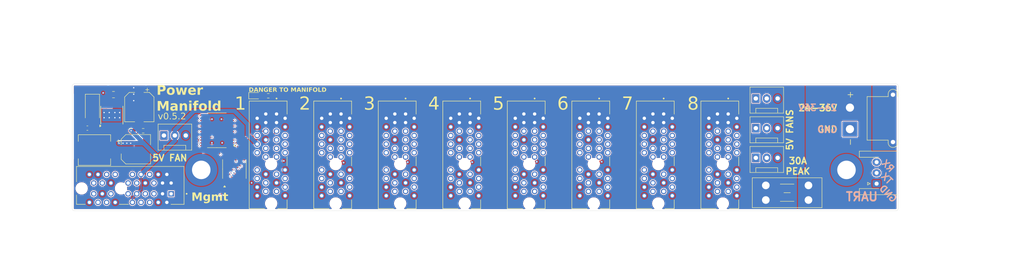
<source format=kicad_pcb>
(kicad_pcb (version 20240108) (generator "pcbnew") (generator_version "8.0")
  (title_block (date "2024-06-09") (rev "v0.5.2"))
  (layers (0 "F.Cu" signal) (1 "In1.Cu" power) (2 "In2.Cu" power) (31 "B.Cu" signal) (34 "B.Paste" user) (35 "F.Paste" user) (36 "B.SilkS" user "B.Silkscreen") (37 "F.SilkS" user "F.Silkscreen") (38 "B.Mask" user) (39 "F.Mask" user) (44 "Edge.Cuts" user))
  (net 0 "")
  (net 1 "GND")
  (net 2 "VIN")
  (net 3 "SDA1")
  (net 4 "ALERT")
  (net 7 "SDA5")
  (net 8 "SDA2")
  (net 9 "SDA6")
  (net 12 "SDA3")
  (net 13 "VDD")
  (net 15 "SDA7")
  (net 16 "SDA4")
  (net 17 "SDA8")
  (net 19 "SWD1")
  (net 21 "SW_A0")
  (net 22 "OVERLOAD")
  (net 28 "SW_A1")
  (net 29 "SWD5")
  (net 30 "SW_A2")
  (net 31 "SWD2")
  (net 32 "SWCLK")
  (net 33 "SWD6")
  (net 34 "SWD3")
  (net 35 "+5V")
  (net 36 "SCL")
  (net 37 "SDA")
  (net 38 "SWD")
  (net 39 "I2C_RESET")
  (net 41 "Net-(D1-A)")
  (net 45 "SWD7")
  (net 50 "/VIN_PREFUSE")
  (net 51 "SWD4")
  (net 59 "SWD8")
  (net 77 "Net-(U1-BOOT)")
  (net 78 "/SW")
  (net 81 "UART_TX")
  (net 86 "UART_RX")
  (net 125 "/VSENSE")
  (footprint "MountingHole:MountingHole_4.3mm_M4_DIN965_Pad" (layer "F.Cu") (at 215 70)
    (property "Reference" "H2" (hide yes))
    (property "Value" "LRS")
  )
  (footprint "Inductor_SMD:L_Sunlord_MWSA0603S" (layer "F.Cu") (at 40.171471 65.385)
    (property "Reference" "L1" (hide yes))
    (property "Value" "15uH")
  )
  (footprint "Local Library:AMPHENOL_PCI_E_10018783-10210TLF" (layer "F.Cu") (at 126.25 68.65 -90)
    (property "Reference" "J9" (hide yes))
    (property "Value" "Bus_PCI_Express_x1")
  )
  (footprint "Diode_SMD:D_SMA" (layer "F.Cu") (at 39.7 55.915 -90)
    (property "Reference" "D2" (hide yes))
    (property "Value" "SS34")
  )
  (footprint "Capacitor_SMD:CP_Elec_6.3x5.4_Nichicon" (layer "F.Cu") (at 49.8 65.2)
    (property "Reference" "C4" (hide yes))
    (property "Value" "220uF")
  )
  (footprint "Package_SO:TSSOP-16_4.4x5mm_P0.65mm" (layer "F.Cu") (at 72.7 69.8 90)
    (property "Reference" "U3" (hide yes))
    (property "Value" "74HC4051")
  )
  (footprint "Capacitor_SMD:C_0603_1608Metric" (layer "F.Cu") (at 38.526471 60.285 180)
    (property "Reference" "C3" (hide yes))
    (property "Value" "10nF")
  )
  (footprint "MountingHole:MountingHole_4.3mm_M4_DIN965_Pad" (layer "F.Cu") (at 65 70)
    (property "Reference" "H1" (hide yes))
    (property "Value" "LRS")
  )
  (footprint "Local Library:AMPHENOL_PCI_E_10018783-10210TLF" (layer "F.Cu") (at 96.25 68.65 -90)
    (property "Reference" "J5" (hide yes))
    (property "Value" "Bus_PCI_Express_x1")
  )
  (footprint "Resistor_SMD:R_0603_1608Metric" (layer "F.Cu") (at 51.5 60.9)
    (property "Reference" "R3" (hide yes))
    (property "Value" "3.24K")
  )
  (footprint "LED_SMD:LED_0603_1608Metric" (layer "F.Cu") (at 77.53 52.75)
    (property "Reference" "D1" (hide yes))
    (property "Value" "LED")
  )
  (footprint "Local Library:AMPHENOL_PCI_E_10018783-10210TLF" (layer "F.Cu") (at 81.25 68.65 -90)
    (property "Reference" "J3" (hide yes))
    (property "Value" "Bus_PCI_Express_x1")
  )
  (footprint "Package_SO:TSSOP-24_4.4x7.8mm_P0.65mm" (layer "F.Cu") (at 68.6225 60.79 180)
    (property "Reference" "U2" (hide yes))
    (property "Value" "TCA9548APWR")
  )
  (footprint "Connector:FanPinHeader_1x03_P2.54mm_Vertical" (layer "F.Cu") (at 56.32 62)
    (property "Reference" "M1" (hide yes))
    (property "Value" "FAN1")
  )
  (footprint "Local Library:AMPHENOL_PCI_E_10018783-10210TLF" (layer "F.Cu") (at 171.25 68.65 -90)
    (property "Reference" "J8" (hide yes))
    (property "Value" "Bus_PCI_Express_x1")
  )
  (footprint "Local Library:AMPHENOL_PCI_E_10018783-10210TLF" (layer "F.Cu") (at 46.35 74.3 180)
    (property "Reference" "J1" (hide yes))
    (property "Value" "Mgmt_Module")
  )
  (footprint "Fuse:Fuseholder_Blade_Mini_Keystone_3568" (layer "F.Cu") (at 196.24 73.6)
    (property "Reference" "F1" (hide yes))
    (property "Value" "15A")
  )
  (footprint "Capacitor_SMD:CP_Elec_6.3x7.7" (layer "F.Cu") (at 50.6 55.4 -90)
    (property "Reference" "C1" (hide yes))
    (property "Value" "47uF")
  )
  (footprint "Local Library:AMPHENOL_PCI_E_10018783-10210TLF" (layer "F.Cu") (at 141.25 68.65 -90)
    (property "Reference" "J4" (hide yes))
    (property "Value" "Bus_PCI_Express_x1")
  )
  (footprint "Resistor_SMD:R_0603_1608Metric" (layer "F.Cu") (at 80.58 52.77 180)
    (property "Reference" "R1" (hide yes))
    (property "Value" "220R")
  )
  (footprint "Connector_AMASS:AMASS_XT30PW-M_1x02_P2.50mm_Horizontal" (layer "F.Cu") (at 215.8 60.52 -90)
    (property "Reference" "J2" (hide yes))
    (property "Value" "PWR")
  )
  (footprint "Connector:FanPinHeader_1x03_P2.54mm_Vertical" (layer "F.Cu") (at 193.92 67.2)
    (property "Reference" "M2" (hide yes))
    (property "Value" "FAN2")
  )
  (footprint "Local Library:AMPHENOL_PCI_E_10018783-10210TLF" (layer "F.Cu") (at 186.25 68.65 -90)
    (property "Reference" "J10" (hide yes))
    (property "Value" "Bus_PCI_Express_x1")
  )
  (footprint "Local Library:AMPHENOL_PCI_E_10018783-10210TLF" (layer "F.Cu") (at 111.25 68.65 -90)
    (property "Reference" "J7" (hide yes))
    (property "Value" "Bus_PCI_Express_x1")
  )
  (footprint "Package_SO:TI_SO-PowerPAD-8_ThermalVias" (layer "F.Cu") (at 44.216471 57.265 90)
    (property "Reference" "U1" (hide yes))
    (property "Value" "TPS5430DDA")
  )
  (footprint "Connector_JST:JST_XH_S3B-XH-A-1_1x03_P2.50mm_Horizontal" (layer "F.Cu") (at 222 73.2 90)
    (property "Reference" "J11" (hide yes))
    (property "Value" "UPS_UART")
  )
  (footprint "Resistor_SMD:R_0603_1608Metric" (layer "F.Cu") (at 48.5 60.9 180)
    (property "Reference" "R2" (hide yes))
    (property "Value" "10K")
  )
  (footprint "Connector:FanPinHeader_1x03_P2.54mm_Vertical" (layer "F.Cu") (at 193.92 60.3)
    (property "Reference" "M3" (hide yes))
    (property "Value" "FAN3")
  )
  (footprint "Connector:FanPinHeader_1x03_P2.54mm_Vertical" (layer "F.Cu") (at 193.92 53.4)
    (property "Reference" "M4" (hide yes))
    (property "Value" "FAN4")
  )
  (footprint "Capacitor_SMD:C_0805_2012Metric" (layer "F.Cu") (at 44.6 52.5)
    (property "Reference" "C2" (hide yes))
    (property "Value" "10uF")
  )
  (footprint "Local Library:AMPHENOL_PCI_E_10018783-10210TLF" (layer "F.Cu") (at 156.25 68.65 -90)
    (property "Reference" "J6" (hide yes))
    (property "Value" "Bus_PCI_Express_x1")
  )
  (gr_line (start 35 50.5) (end 35 79) (stroke (width 0.05)) (layer "Edge.Cuts"))
  (gr_arc (start 226.5 50) (mid 226.853553 50.146447) (end 227 50.5) (stroke (width 0.05)) (layer "Edge.Cuts"))
  (gr_line (start 226.5 79.5) (end 35.5 79.5) (stroke (width 0.05)) (layer "Edge.Cuts"))
  (gr_line (start 35.5 50) (end 226.5 50) (stroke (width 0.05)) (layer "Edge.Cuts"))
  (gr_arc (start 227 79) (mid 226.853553 79.353553) (end 226.5 79.5) (stroke (width 0.05)) (layer "Edge.Cuts"))
  (gr_arc (start 35.5 79.5) (mid 35.146447 79.353553) (end 35 79) (stroke (width 0.05)) (layer "Edge.Cuts"))
  (gr_line (start 227 50.5) (end 227 79) (stroke (width 0.05)) (layer "Edge.Cuts"))
  (gr_arc (start 35 50.5) (mid 35.146447 50.146447) (end 35.5 50) (stroke (width 0.05)) (layer "Edge.Cuts"))
  (gr_text "GND" (at 213 61.5 -0) (layer "B.SilkS") (effects (font (size 1.5 1.5) (thickness 0.3) (bold yes)) (justify left bottom mirror)))
  (gr_text "24-36V" (at 212.9 56.4 0) (layer "B.SilkS") (effects (font (size 1.5 1.5) (thickness 0.3) (bold yes)) (justify left bottom mirror)))
  (gr_text "UART" (at 222.5 77.4 0) (layer "B.SilkS") (effects (font (size 2 2) (thickness 0.4) (bold yes)) (justify left bottom mirror)))
  (gr_text "TX" (at 224.8 73.7 315) (layer "B.SilkS") (effects (font (size 1.5 1.5) (thickness 0.3) (bold yes)) (justify left bottom mirror)))
  (gr_text "RX" (at 225.2 70.9 315) (layer "B.SilkS") (effects (font (size 1.5 1.5) (thickness 0.3) (bold yes)) (justify left bottom mirror)))
  (gr_text "GND" (at 225.8 77.9 315) (layer "B.SilkS") (effects (font (size 1.5 1.5) (thickness 0.3) (bold yes)) (justify left bottom mirror)))
  (gr_text "${REVISION}" (at 54.9 58.5 0) (layer "F.SilkS") (effects (font (size 1.5 1.5) (thickness 0.225)) (justify left bottom)))
  (gr_text "8" (at 178 56.5 0) (layer "F.SilkS") (effects (font (size 3 3) (thickness 0.3)) (justify left bottom)))
  (gr_text "24-36V" (at 203.74 56.47 0) (layer "F.SilkS") (effects (font (size 1.5 1.5) (thickness 0.3) (bold yes)) (justify left bottom)))
  (gr_text "Mgmt" (at 62.7 77.5 0) (layer "F.SilkS") (effects (font (size 1.9 1.9) (thickness 0.375) (bold yes)) (justify left bottom)))
  (gr_text "GND" (at 208.11 61.47 0) (layer "F.SilkS") (effects (font (size 1.5 1.5) (thickness 0.3) (bold yes)) (justify left bottom)))
  (gr_text "3" (at 102.75 56.5 0) (layer "F.SilkS") (effects (font (size 3 3) (thickness 0.3)) (justify left bottom)))
  (gr_text "30A\nPEAK" (at 203.7 71.2 0) (layer "F.SilkS") (effects (font (size 1.5 1.5) (thickness 0.3) (bold yes)) (justify bottom)))
  (gr_text "2" (at 87.75 56.5 0) (layer "F.SilkS") (effects (font (size 3 3) (thickness 0.3)) (justify left bottom)))
  (gr_text "6" (at 147.75 56.5 0) (layer "F.SilkS") (effects (font (size 3 3) (thickness 0.3)) (justify left bottom)))
  (gr_text "DANGER TO MANIFOLD" (at 76.045 52.015 0) (layer "F.SilkS") (effects (font (size 1 1) (thickness 0.2) (bold yes) (italic yes)) (justify left bottom)))
  (gr_text "5" (at 132.75 56.5 0) (layer "F.SilkS") (effects (font (size 3 3) (thickness 0.3)) (justify left bottom)))
  (gr_text "7" (at 162.75 56.5 0) (layer "F.SilkS") (effects (font (size 3 3) (thickness 0.3)) (justify left bottom)))
  (gr_text "Power\nManifold" (at 54.6 56.6 0) (layer "F.SilkS") (effects (font (size 2.2 2.2) (thickness 0.36) (bold yes) (italic yes)) (justify left bottom)))
  (gr_text "5V FAN" (at 53.5 68.1 0) (layer "F.SilkS") (effects (font (size 1.5 1.5) (thickness 0.3) (bold yes)) (justify left bottom)))
  (gr_text "4" (at 117.75 56.5 0) (layer "F.SilkS") (effects (font (size 3 3) (thickness 0.3)) (justify left bottom)))
  (gr_text "1" (at 72.75 56.5 0) (layer "F.SilkS") (effects (font (size 3 3) (thickness 0.3)) (justify left bottom)))
  (gr_text "5V FANS" (at 202.7 65.6 90) (layer "F.SilkS") (effects (font (size 1.5 1.5) (thickness 0.3) (bold yes)) (justify left bottom)))
  (segment (start 45.095 57.571471) (end 45.415 57.891471) (width 0.2) (layer "F.Cu") (net 1))
  (segment (start 45.095 54.881471) (end 45.095 57.571471) (width 0.2) (layer "F.Cu") (net 1))
  (via (at 76.7 73) (size 0.6) (drill 0.3) (layers "F.Cu" "B.Cu") (net 1))
  (via (at 143 68.1) (size 0.6) (drill 0.3) (layers "F.Cu" "B.Cu") (net 1))
  (via (at 69.86 63.71) (size 0.6) (drill 0.3) (layers "F.Cu" "B.Cu") (net 1))
  (via (at 128 68.2) (size 0.6) (drill 0.3) (layers "F.Cu" "B.Cu") (net 1))
  (via (at 42.2 52.1) (size 0.6) (drill 0.3) (layers "F.Cu" "B.Cu") (net 1))
  (via (at 113 68.2) (size 0.6) (drill 0.3) (layers "F.Cu" "B.Cu") (net 1))
  (via (at 69.7 58.2) (size 0.6) (drill 0.3) (layers "F.Cu" "B.Cu") (net 1))
  (via (at 84.2 67.9) (size 0.6) (drill 0.3) (layers "F.Cu" "B.Cu") (net 1))
  (via (at 67.48 63.71) (size 0.6) (drill 0.3) (layers "F.Cu" "B.Cu") (net 1))
  (via (at 98.1 68.3) (size 0.6) (drill 0.3) (layers "F.Cu" "B.Cu") (net 1))
  (via (at 67.5 58.2) (size 0.6) (drill 0.3) (layers "F.Cu" "B.Cu") (net 1))
  (via (at 158.1 68.1) (size 0.6) (drill 0.3) (layers "F.Cu" "B.Cu") (net 1))
  (via (at 49.3 53.9) (size 0.5) (drill 0.3) (layers "F.Cu" "B.Cu") (net 2))
  (via (at 49.3 50.9) (size 0.5) (drill 0.3) (layers "F.Cu" "B.Cu") (net 2))
  (via (at 49.3 52.4) (size 0.5) (drill 0.3) (layers "F.Cu" "B.Cu") (net 2))
  (segment (start 80 61) (end 77.5 61) (width 0.2) (layer "F.Cu") (net 3))
  (segment (start 77.5 61) (end 76.085 62.415) (width 0.2) (layer "F.Cu") (net 3))
  (segment (start 76.085 62.415) (end 71.485 62.415) (width 0.2) (layer "F.Cu") (net 3))
  (segment (start 64.885 57.215) (end 64.6 57.5) (width 0.2) (layer "F.Cu") (net 7))
  (segment (start 65.76 57.215) (end 64.885 57.215) (width 0.2) (layer "F.Cu") (net 7))
  (via (at 64.6 57.5) (size 0.45) (drill 0.3) (layers "F.Cu" "B.Cu") (net 7))
  (segment (start 72.8 61.11) (end 71.49 61.11) (width 0.2) (layer "F.Cu") (net 8))
  (segment (start 71.49 61.11) (end 71.485 61.115) (width 0.2) (layer "F.Cu") (net 8))
  (via (at 72.8 61.11) (size 0.45) (drill 0.3) (layers "F.Cu" "B.Cu") (net 8))
  (segment (start 64.6 58.52) (end 64.605 58.515) (width 0.2) (layer "F.Cu") (net 9))
  (segment (start 64.605 58.515) (end 65.76 58.515) (width 0.2) (layer "F.Cu") (net 9))
  (via (at 64.6 58.52) (size 0.45) (drill 0.3) (layers "F.Cu" "B.Cu") (net 9))
  (segment (start 72.8 59.81) (end 71.49 59.81) (width 0.2) (layer "F.Cu") (net 12))
  (segment (start 71.49 59.81) (end 71.485 59.815) (width 0.2) (layer "F.Cu") (net 12))
  (via (at 72.8 59.81) (size 0.45) (drill 0.3) (layers "F.Cu" "B.Cu") (net 12))
  (segment (start 68.215 64.365) (end 70.425 66.575) (width 0.2) (layer "F.Cu") (net 13))
  (segment (start 70.425 66.575) (end 70.425 67.025) (width 0.2) (layer "F.Cu") (net 13))
  (segment (start 64.6 64.369732) (end 64.604732 64.365) (width 0.2) (layer "F.Cu") (net 13))
  (segment (start 65.76 64.365) (end 68.215 64.365) (width 0.2) (layer "F.Cu") (net 13))
  (segment (start 64.604732 64.365) (end 65.76 64.365) (width 0.2) (layer "F.Cu") (net 13))
  (via (at 64.6 64.369732) (size 0.45) (drill 0.3) (layers "F.Cu" "B.Cu") (net 13))
  (segment (start 64.605 59.815) (end 65.76 59.815) (width 0.2) (layer "F.Cu") (net 15))
  (segment (start 64.6 59.81) (end 64.605 59.815) (width 0.2) (layer "F.Cu") (net 15))
  (via (at 64.6 59.81) (size 0.45) (drill 0.3) (layers "F.Cu" "B.Cu") (net 15))
  (segment (start 72.785 58.515) (end 71.485 58.515) (width 0.2) (layer "F.Cu") (net 16))
  (segment (start 72.8 58.5) (end 72.785 58.515) (width 0.2) (layer "F.Cu") (net 16))
  (via (at 72.8 58.5) (size 0.45) (drill 0.3) (layers "F.Cu" "B.Cu") (net 16))
  (segment (start 64.6 61.11) (end 65.755 61.11) (width 0.2) (layer "F.Cu") (net 17))
  (segment (start 65.755 61.11) (end 65.76 61.115) (width 0.2) (layer "F.Cu") (net 17))
  (via (at 64.6 61.11) (size 0.45) (drill 0.3) (layers "F.Cu" "B.Cu") (net 17))
  (segment (start 80.279018 64.056) (end 79.279018 64.056) (width 0.2) (layer "F.Cu") (net 19))
  (segment (start 72.979288 68.624999) (end 72.375 68.020711) (width 0.2) (layer "F.Cu") (net 19))
  (segment (start 77.608982 65.056) (end 76.9 65.764982) (width 0.2) (layer "F.Cu") (net 19))
  (segment (start 76.9 65.764982) (end 76.9 67.2) (width 0.2) (layer "F.Cu") (net 19))
  (segment (start 72.375 68.020711) (end 72.375 66.9375) (width 0.2) (layer "F.Cu") (net 19))
  (segment (start 82.5 61) (end 80.944 62.556) (width 0.2) (layer "F.Cu") (net 19))
  (segment (start 80.944 63.391018) (end 80.279018 64.056) (width 0.2) (layer "F.Cu") (net 19))
  (segment (start 76.9 67.2) (end 75.475001 68.624999) (width 0.2) (layer "F.Cu") (net 19))
  (segment (start 75.475001 68.624999) (end 72.979288 68.624999) (width 0.2) (layer "F.Cu") (net 19))
  (segment (start 79.279018 64.056) (end 78.279018 65.056) (width 0.2) (layer "F.Cu") (net 19))
  (segment (start 80.944 62.556) (end 80.944 63.391018) (width 0.2) (layer "F.Cu") (net 19))
  (segment (start 78.279018 65.056) (end 77.608982 65.056) (width 0.2) (layer "F.Cu") (net 19))
  (segment (start 73.675 64.835) (end 73.675 67.025) (width 0.2) (layer "F.Cu") (net 21))
  (segment (start 73.2 64.36) (end 73.675 64.835) (width 0.2) (layer "F.Cu") (net 21))
  (segment (start 73.2 64.36) (end 73.195 64.365) (width 0.2) (layer "F.Cu") (net 21))
  (segment (start 73.195 64.365) (end 71.485 64.365) (width 0.2) (layer "F.Cu") (net 21))
  (via (at 73.2 64.36) (size 0.45) (drill 0.3) (layers "F.Cu" "B.Cu") (net 21))
  (segment (start 81.405 52.77) (end 81.405 59.352018) (width 0.2) (layer "F.Cu") (net 22))
  (segment (start 83.556 73.056) (end 84.5 74) (width 0.2) (layer "F.Cu") (net 22))
  (segment (start 82.108982 60.056) (end 82.891018 60.056) (width 0.2) (layer "F.Cu") (net 22))
  (segment (start 81.405 59.352018) (end 82.108982 60.056) (width 0.2) (layer "F.Cu") (net 22))
  (segment (start 82.891018 60.056) (end 83.556 60.720982) (width 0.2) (layer "F.Cu") (net 22))
  (segment (start 83.556 60.720982) (end 83.556 73.056) (width 0.2) (layer "F.Cu") (net 22))
  (segment (start 72.794997 63.715) (end 71.485 63.715) (width 0.2) (layer "F.Cu") (net 28))
  (segment (start 73.302466 63.720003) (end 74.325 64.742537) (width 0.2) (layer "F.Cu") (net 28))
  (segment (start 72.8 63.720003) (end 73.302466 63.720003) (width 0.2) (layer "F.Cu") (net 28))
  (segment (start 74.325 64.742537) (end 74.325 67.025) (width 0.2) (layer "F.Cu") (net 28))
  (segment (start 72.8 63.720003) (end 72.794997 63.715) (width 0.2) (layer "F.Cu") (net 28))
  (via (at 72.8 63.720003) (size 0.45) (drill 0.3) (layers "F.Cu" "B.Cu") (net 28))
  (segment (start 72.6 69.947808) (end 71.352192 69.947808) (width 0.2) (layer "F.Cu") (net 29))
  (segment (start 70.425 70.875) (end 70.425 72.6625) (width 0.2) (layer "F.Cu") (net 29))
  (segment (start 71.352192 69.947808) (end 70.425 70.875) (width 0.2) (layer "F.Cu") (net 29))
  (via (at 72.6 69.947808) (size 0.45) (drill 0.3) (layers "F.Cu" "B.Cu") (net 29))
  (segment (start 75 68) (end 74.975 67.975) (width 0.2) (layer "F.Cu") (net 30))
  (segment (start 67.515 62.425) (end 67.505 62.415) (width 0.2) (layer "F.Cu") (net 30))
  (segment (start 74.975 67.975) (end 74.975 66.9375) (width 0.2) (layer "F.Cu") (net 30))
  (segment (start 64.6 62.41) (end 64.605 62.415) (width 0.2) (layer "F.Cu") (net 30))
  (segment (start 64.605 62.415) (end 65.76 62.415) (width 0.2) (layer "F.Cu") (net 30))
  (segment (start 67.505 62.415) (end 65.76 62.415) (width 0.2) (layer "F.Cu") (net 30))
  (via (at 67.515 62.425) (size 0.45) (drill 0.3) (layers "F.Cu" "B.Cu") (net 30))
  (via (at 64.6 62.41) (size 0.45) (drill 0.3) (layers "F.Cu" "B.Cu") (net 30))
  (via (at 75 68) (size 0.45) (drill 0.3) (layers "F.Cu" "B.Cu") (net 30))
  (segment (start 74.175 69.024999) (end 72.813602 69.024999) (width 0.2) (layer "F.Cu") (net 31))
  (segment (start 72.813602 69.024999) (end 71.725 67.936397) (width 0.2) (layer "F.Cu") (net 31))
  (segment (start 71.725 67.936397) (end 71.725 66.9375) (width 0.2) (layer "F.Cu") (net 31))
  (segment (start 74.3 69.149999) (end 74.175 69.024999) (width 0.2) (layer "F.Cu") (net 31))
  (via (at 74.3 69.149999) (size 0.45) (drill 0.3) (layers "F.Cu" "B.Cu") (net 31))
  (segment (start 72.631913 70.7) (end 73.025 71.093087) (width 0.2) (layer "F.Cu") (net 33))
  (segment (start 73.025 71.093087) (end 73.025 72.6625) (width 0.2) (layer "F.Cu") (net 33))
  (via (at 72.631913 70.7) (size 0.45) (drill 0.3) (layers "F.Cu" "B.Cu") (net 33))
  (segment (start 73.496751 69.424999) (end 72.647916 69.424999) (width 0.2) (layer "F.Cu") (net 34))
  (segment (start 72.647916 69.424999) (end 71.075 67.852083) (width 0.2) (layer "F.Cu") (net 34))
  (segment (start 71.075 67.852083) (end 71.075 66.9375) (width 0.2) (layer "F.Cu") (net 34))
  (segment (start 73.7 69.628248) (end 73.496751 69.424999) (width 0.2) (layer "F.Cu") (net 34))
  (via (at 73.7 69.628248) (size 0.5) (drill 0.3) (layers "F.Cu" "B.Cu") (net 34))
  (segment (start 48.7 60.9) (end 49.325 60.9) (width 0.2) (layer "F.Cu") (net 35))
  (via (at 47.7 63.8) (size 0.6) (drill 0.3) (layers "F.Cu" "B.Cu") (net 35))
  (via (at 48.7 60.9) (size 0.45) (drill 0.3) (layers "F.Cu" "B.Cu") (net 35))
  (via (at 48.6 63.808532) (size 0.6) (drill 0.3) (layers "F.Cu" "B.Cu") (net 35))
  (via (at 46.8 63.8) (size 0.6) (drill 0.3) (layers "F.Cu" "B.Cu") (net 35))
  (via (at 45.9 63.8) (size 0.6) (drill 0.3) (layers "F.Cu" "B.Cu") (net 35))
  (segment (start 51 71.05) (end 51 74.55) (width 0.3) (layer "B.Cu") (net 35))
  (segment (start 58.86 60.74) (end 58.86 62) (width 1) (layer "B.Cu") (net 35))
  (segment (start 58.86 63.19) (end 56.375 65.675) (width 1) (layer "B.Cu") (net 35))
  (segment (start 58.86 62) (end 58.86 63.19) (width 1) (layer "B.Cu") (net 35))
  (segment (start 72.7 56.3) (end 75.8 59.4) (width 1) (layer "B.Cu") (net 35))
  (segment (start 63.3 56.3) (end 72.7 56.3) (width 1) (layer "B.Cu") (net 35))
  (segment (start 49 77.55) (end 49 76.55) (width 0.3) (layer "B.Cu") (net 35))
  (segment (start 75.8 61.8) (end 78 64) (width 1) (layer "B.Cu") (net 35))
  (segment (start 45.9 63.8) (end 51.6 63.8) (width 1) (layer "B.Cu") (net 35))
  (segment (start 49 76.55) (end 50 75.55) (width 0.3) (layer "B.Cu") (net 35))
  (segment (start 48.7 60.9) (end 51.6 63.8) (width 1) (layer "B.Cu") (net 35))
  (segment (start 56.375 65.675) (end 51 71.05) (width 1) (layer "B.Cu") (net 35))
  (segment (start 63.3 56.3) (end 58.86 60.74) (width 1) (layer "B.Cu") (net 35))
  (segment (start 75.8 59.4) (end 75.8 61.8) (width 1) (layer "B.Cu") (net 35))
  (segment (start 51 74.55) (end 50 75.55) (width 0.3) (layer "B.Cu") (net 35))
  (segment (start 51.6 63.8) (end 54.925 67.125) (width 1) (layer "B.Cu") (net 35))
  (segment (start 70.829044 61.765) (end 71.485 61.765) (width 0.2) (layer "F.Cu") (net 36))
  (segment (start 66.575 60.465) (end 65.76 60.465) (width 0.2) (layer "F.Cu") (net 36))
  (segment (start 64.50754 63.069726) (end 64.6 63.069726) (width 0.2) (layer "F.Cu") (net 36))
  (segment (start 70.4475 60.765001) (end 70.4475 61.383456) (width 0.2) (layer "F.Cu") (net 36))
  (segment (start 64.075 64.587195) (end 64.075 63.502266) (width 0.2) (layer "F.Cu") (net 36))
  (segment (start 65.76 61.765) (end 66.497499 61.765) (width 0.2) (layer "F.Cu") (net 36))
  (segment (start 70.747501 59.165) (end 70.4 59.512501) (width 0.2) (layer "F.Cu") (net 36))
  (segment (start 70.4 60.035956) (end 70.829044 60.465) (width 0.2) (layer "F.Cu") (net 36))
  (segment (start 65.76 61.765) (end 64.502537 61.765) (width 0.2) (layer "F.Cu") (net 36))
  (segment (start 66.497499 59.165) (end 66.7975 59.465001) (width 0.2) (layer "F.Cu") (net 36))
  (segment (start 65.76 60.465) (end 66.497499 60.465) (width 0.2) (layer "F.Cu") (net 36))
  (segment (start 65.387805 65.9) (end 64.075 64.587195) (width 0.2) (layer "F.Cu") (net 36))
  (segment (start 71.485 59.165) (end 70.747501 59.165) (width 0.2) (layer "F.Cu") (net 36))
  (segment (start 66.605 59.165) (end 65.76 59.165) (width 0.2) (layer "F.Cu") (net 36))
  (segment (start 70.829044 59.165) (end 71.485 59.165) (width 0.2) (layer "F.Cu") (net 36))
  (segment (start 71.485 60.465) (end 70.747501 60.465) (width 0.2) (layer "F.Cu") (net 36))
  (segment (start 64.075 62.192537) (end 64.075 62.675) (width 0.2) (layer "F.Cu") (net 36))
  (segment (start 69.503768 66.425) (end 68.978768 65.9) (width 0.2) (layer "F.Cu") (net 36))
  (segment (start 65.76 57.865) (end 66.497499 57.865) (width 0.2) (layer "F.Cu") (net 36))
  (segment (start 66.7975 60.765001) (end 66.7975 61.5325) (width 0.2) (layer "F.Cu") (net 36))
  (segment (start 66.497499 57.865) (end 66.7975 58.165001) (width 0.2) (layer "F.Cu") (net 36))
  (segment (start 64.502537 61.765) (end 64.075 62.192537) (width 0.2) (layer "F.Cu") (net 36))
  (segment (start 64.075 62.675) (end 64.469726 63.069726) (width 0.2) (layer "F.Cu") (net 36))
  (segment (start 64.075 63.502266) (end 64.50754 63.069726) (width 0.2) (layer "F.Cu") (net 36))
  (segment (start 70.4475 58.246544) (end 70.4475 58.783456) (width 0.2) (layer "F.Cu") (net 36))
  (segment (start 68.978768 65.9) (end 65.387805 65.9) (width 0.2) (layer "F.Cu") (net 36))
  (segment (start 70.829044 57.865) (end 70.4475 58.246544) (width 0.2) (layer "F.Cu") (net 36))
  (segment (start 66.7975 58.165001) (end 66.7975 58.9725) (width 0.2) (layer "F.Cu") (net 36))
  (segment (start 70.747501 60.465) (end 70.4475 60.765001) (width 0.2) (layer "F.Cu") (net 36))
  (segment (start 70.829044 60.465) (end 71.485 60.465) (width 0.2) (layer "F.Cu") (net 36))
  (segment (start 66.565 61.765) (end 65.76 61.765) (width 0.2) (layer "F.Cu") (net 36))
  (segment (start 66.7975 58.9725) (end 66.605 59.165) (width 0.2) (layer "F.Cu") (net 36))
  (segment (start 70.4 59.512501) (end 70.4 60.035956) (width 0.2) (layer "F.Cu") (net 36))
  (segment (start 71.485 57.865) (end 70.829044 57.865) (width 0.2) (layer "F.Cu") (net 36))
  (segment (start 65.76 59.165) (end 66.497499 59.165) (width 0.2) (layer "F.Cu") (net 36))
  (segment (start 64.469726 63.069726) (end 64.6 63.069726) (width 0.2) (layer "F.Cu") (net 36))
  (segment (start 64.617574 63.060004) (end 65.755004 63.060004) (width 0.2) (layer "F.Cu") (net 36))
  (segment (start 66.7975 61.5325) (end 66.565 61.765) (width 0.2) (layer "F.Cu") (net 36))
  (segment (start 66.7975 59.465001) (end 66.7975 60.2425) (width 0.2) (layer "F.Cu") (net 36))
  (segment (start 70.4475 58.783456) (end 70.829044 59.165) (width 0.2) (layer "F.Cu") (net 36))
  (segment (start 65.755004 63.060004) (end 65.76 63.065) (width 0.2) (layer "F.Cu") (net 36))
  (segment (start 71.485 61.765) (end 65.76 61.765) (width 0.2) (layer "F.Cu") (net 36))
  (segment (start 66.7975 60.2425) (end 66.575 60.465) (width 0.2) (layer "F.Cu") (net 36))
  (segment (start 66.497499 60.465) (end 66.7975 60.765001) (width 0.2) (layer "F.Cu") (net 36))
  (segment (start 70.4475 61.383456) (end 70.829044 61.765) (width 0.2) (layer "F.Cu") (net 36))
  (via (at 64.6 63.069726) (size 0.45) (drill 0.3) (layers "F.Cu" "B.Cu") (net 36))
  (via (at 69.503768 66.425) (size 0.45) (drill 0.3) (layers "F.Cu" "B.Cu") (net 36))
  (segment (start 64.6 63.719729) (end 65.755271 63.719729) (width 0.2) (layer "F.Cu") (net 37))
  (segment (start 65.755271 63.719729) (end 65.76 63.715) (width 0.2) (layer "F.Cu") (net 37))
  (via (at 64.6 63.719729) (size 0.45) (drill 0.3) (layers "F.Cu" "B.Cu") (net 37))
  (segment (start 71.725 73.569) (end 71.725 72.6625) (width 0.2) (layer "F.Cu") (net 38))
  (segment (start 69.447 75.847) (end 71.725 73.569) (width 0.2) (layer "F.Cu") (net 38))
  (via (at 69.447 75.847) (size 0.6) (drill 0.3) (layers "F.Cu" "B.Cu") (net 38))
  (segment (start 72.795 63.065) (end 71.485 63.065) (width 0.2) (layer "F.Cu") (net 39))
  (segment (start 72.8 63.07) (end 72.795 63.065) (width 0.2) (layer "F.Cu") (net 39))
  (via (at 72.8 63.07) (size 0.45) (drill 0.3) (layers "F.Cu" "B.Cu") (net 39))
  (segment (start 78.3175 52.75) (end 79.735 52.75) (width 0.2) (layer "F.Cu") (net 41))
  (segment (start 79.735 52.75) (end 79.755 52.77) (width 0.2) (layer "F.Cu") (net 41))
  (segment (start 71.860315 70.748489) (end 71.851511 70.748489) (width 0.2) (layer "F.Cu") (net 45))
  (segment (start 71.075 71.525) (end 71.075 72.6625) (width 0.2) (layer "F.Cu") (net 45))
  (segment (start 71.851511 70.748489) (end 71.075 71.525) (width 0.2) (layer "F.Cu") (net 45))
  (via (at 71.860315 70.748489) (size 0.45) (drill 0.3) (layers "F.Cu" "B.Cu") (net 45))
  (segment (start 73.025 67.928248) (end 73.025 66.9375) (width 0.2) (layer "F.Cu") (net 51))
  (segment (start 73.1 68.003248) (end 73.025 67.928248) (width 0.2) (layer "F.Cu") (net 51))
  (via (at 73.1 68.003248) (size 0.45) (drill 0.3) (layers "F.Cu" "B.Cu") (net 51))
  (segment (start 72.375 71.996232) (end 72.375 72.6625) (width 0.2) (layer "F.Cu") (net 59))
  (segment (start 71.860616 71.481848) (end 72.375 71.996232) (width 0.2) (layer "F.Cu") (net 59))
  (via (at 71.860616 71.481848) (size 0.45) (drill 0.3) (layers "F.Cu" "B.Cu") (net 59))
  (segment (start 39.301471 60.285) (end 41.991471 60.285) (width 0.2) (layer "F.Cu") (net 77))
  (segment (start 41.991471 60.285) (end 42.311471 59.965) (width 0.2) (layer "F.Cu") (net 77))
  (segment (start 47.675 60.9) (end 46.6 60.9) (width 0.2) (layer "F.Cu") (net 125))
  (segment (start 46.121471 60.421471) (end 46.121471 59.965) (width 0.2) (layer "F.Cu") (net 125))
  (segment (start 50.675 60.9) (end 49.9 61.675) (width 0.2) (layer "F.Cu") (net 125))
  (segment (start 46.6 60.9) (end 46.121471 60.421471) (width 0.2) (layer "F.Cu") (net 125))
  (segment (start 49.9 61.675) (end 48.45 61.675) (width 0.2) (layer "F.Cu") (net 125))
  (segment (start 48.45 61.675) (end 47.675 60.9) (width 0.2) (layer "F.Cu") (net 125))
  (zone (net 0) (net_name "") (layer "F.Cu") (connect_pads yes (clearance 0)) (min_thickness 0.25)
    (keepout (tracks allowed) (vias allowed) (pads allowed) (copperpour not_allowed) (footprints allowed))
    (fill (thermal_gap 0.5) (thermal_bridge_width 0.5))
    (polygon (pts (xy 38.51 67.401881) (xy 36.67 67.401881) (xy 36.67 68.761881) (xy 49.5 68.761881) (xy 49.5 67.406881) (xy 41.816561 67.406881) (xy 41.81457 67.40489) (xy 41.81457 63.3) (xy 51.48 63.3) (xy 51.48 60.061881) (xy 47.5 60.061881) (xy 46.5 59.061881) (xy 41.91 59.061881) (xy 41.5 59.471881) (xy 38.51 59.471881)))
  )
  (zone (net 2) (net_name "VIN") (layer "F.Cu") (priority 5) (connect_pads yes (clearance 0)) (min_thickness 0.25) (fill yes (thermal_gap 0.5) (thermal_bridge_width 0.5))
    (polygon (pts (xy 42.9 55.6) (xy 44.3 55.6) (xy 44.3 51.6) (xy 46.106428 51.6) (xy 49.405714 54.7) (xy 52.07 54.7) (xy 52.07 50.4) (xy 43.63 50.4) (xy 42.9 51.13)))
  )
  (zone (net 78) (net_name "/SW") (layer "F.Cu") (priority 5) (connect_pads yes (clearance 0)) (min_thickness 0.25) (fill yes (thermal_gap 0.5) (thermal_bridge_width 0.5))
    (polygon (pts (xy 38.51 67.33) (xy 38.51 55.53) (xy 42.92 55.53) (xy 42.92 53.38) (xy 42.5 53.38) (xy 41.57 52.45) (xy 35.73 52.45) (xy 35.73 67.33)))
  )
  (zone (net 1) (net_name "GND") (layer "F.Cu") (connect_pads yes (clearance 0)) (min_thickness 0.25) (fill yes (thermal_gap 0.5) (thermal_bridge_width 0.5))
    (polygon (pts (xy 35 50) (xy 227.01 50) (xy 227.01 79.5) (xy 35 79.5)))
  )
  (zone (net 35) (net_name "+5V") (layer "F.Cu") (priority 5) (connect_pads yes (clearance 0)) (min_thickness 0.25) (fill yes (thermal_gap 0.5) (thermal_bridge_width 0.5))
    (polygon (pts (xy 49.3 67.4) (xy 41.8 67.4) (xy 41.8 63.308855) (xy 49.299999 63.3)))
  )
  (zone (net 50) (net_name "/VIN_PREFUSE") (layer "B.Cu") (priority 5) (connect_pads yes (clearance 0)) (min_thickness 0.25) (fill yes (thermal_gap 0.5) (thermal_bridge_width 0.5))
    (polygon (pts (xy 227 50) (xy 227 79.5) (xy 203.7 79.5) (xy 203.7 71.3) (xy 205.5 69.5) (xy 205.5 50)))
  )
  (zone (net 1) (net_name "GND") (layer "B.Cu") (priority 6) (connect_pads yes (clearance 0)) (min_thickness 0.25) (fill yes (thermal_gap 0.5) (thermal_bridge_width 0.5) (island_removal_mode 1) (island_area_min 10))
    (polygon (pts (xy 227 50) (xy 227 65.5) (xy 221 65.5) (xy 221 50)))
  )
  (zone (net 2) (net_name "VIN") (layer "B.Cu") (connect_pads yes (clearance 0)) (min_thickness 0.25) (fill yes (thermal_gap 0.5) (thermal_bridge_width 0.5))
    (polygon (pts (xy 35 50) (xy 227 50) (xy 227 79.5) (xy 35 79.5)))
  )
)
</source>
